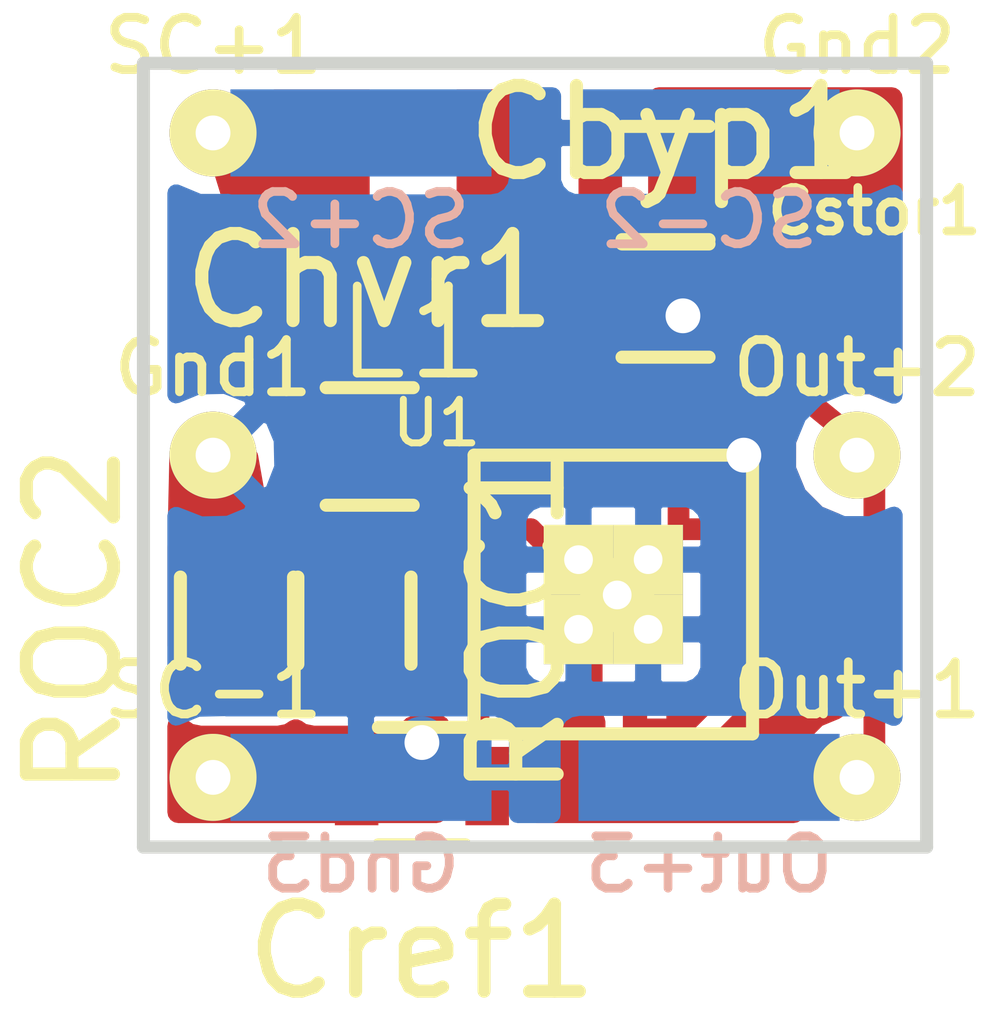
<source format=kicad_pcb>
(kicad_pcb (version 4) (host pcbnew "(2015-08-10 BZR 6083)-product")

  (general
    (links 40)
    (no_connects 3)
    (area 139.591667 98.975 157.208334 111.675)
    (thickness 1.6)
    (drawings 4)
    (tracks 53)
    (zones 0)
    (modules 18)
    (nets 10)
  )

  (page A4)
  (layers
    (0 F.Cu signal)
    (31 B.Cu signal hide)
    (32 B.Adhes user)
    (33 F.Adhes user)
    (34 B.Paste user)
    (35 F.Paste user)
    (36 B.SilkS user)
    (37 F.SilkS user)
    (38 B.Mask user)
    (39 F.Mask user)
    (40 Dwgs.User user)
    (41 Cmts.User user)
    (42 Eco1.User user)
    (43 Eco2.User user)
    (44 Edge.Cuts user)
    (45 Margin user)
    (46 B.CrtYd user)
    (47 F.CrtYd user hide)
    (48 B.Fab user)
    (49 F.Fab user)
  )

  (setup
    (last_trace_width 0.25)
    (trace_clearance 0.2)
    (zone_clearance 0.2)
    (zone_45_only no)
    (trace_min 0.2)
    (segment_width 0.2)
    (edge_width 0.15)
    (via_size 0.6)
    (via_drill 0.4)
    (via_min_size 0.4)
    (via_min_drill 0.3)
    (uvia_size 0.3)
    (uvia_drill 0.1)
    (uvias_allowed no)
    (uvia_min_size 0.2)
    (uvia_min_drill 0.1)
    (pcb_text_width 0.3)
    (pcb_text_size 1.5 1.5)
    (mod_edge_width 0.15)
    (mod_text_size 1 1)
    (mod_text_width 0.15)
    (pad_size 1.524 1.524)
    (pad_drill 0.762)
    (pad_to_mask_clearance 0.05)
    (aux_axis_origin 0 0)
    (visible_elements 7FFEFBFF)
    (pcbplotparams
      (layerselection 0x010c8_80000001)
      (usegerberextensions false)
      (excludeedgelayer true)
      (linewidth 0.100000)
      (plotframeref false)
      (viasonmask false)
      (mode 1)
      (useauxorigin false)
      (hpglpennumber 1)
      (hpglpenspeed 20)
      (hpglpendiameter 15)
      (hpglpenoverlay 2)
      (psnegative false)
      (psa4output false)
      (plotreference true)
      (plotvalue true)
      (plotinvisibletext false)
      (padsonsilk false)
      (subtractmaskfromsilk false)
      (outputformat 1)
      (mirror false)
      (drillshape 0)
      (scaleselection 1)
      (outputdirectory Gerber/))
  )

  (net 0 "")
  (net 1 vstor)
  (net 2 GNDPWR)
  (net 3 vin)
  (net 4 vref)
  (net 5 lbst)
  (net 6 bat)
  (net 7 mppt)
  (net 8 HighProg)
  (net 9 "Net-(U1-Pad11)")

  (net_class Default "This is the default net class."
    (clearance 0.2)
    (trace_width 0.25)
    (via_dia 0.6)
    (via_drill 0.4)
    (uvia_dia 0.3)
    (uvia_drill 0.1)
    (add_net GNDPWR)
    (add_net HighProg)
    (add_net "Net-(U1-Pad11)")
    (add_net bat)
    (add_net lbst)
    (add_net mppt)
    (add_net vin)
    (add_net vref)
    (add_net vstor)
  )

  (module myFootprints:TH400nm placed (layer F.Cu) (tedit 55D0F54F) (tstamp 560D421A)
    (at 143.8 108.7)
    (path /560D3181)
    (fp_text reference SC-1 (at 0 -1) (layer F.SilkS)
      (effects (font (size 0.6 0.6) (thickness 0.1)))
    )
    (fp_text value CONN_01X01 (at 0.9 0) (layer F.Fab) hide
      (effects (font (size 1 1) (thickness 0.15)))
    )
    (pad 1 thru_hole circle (at 0 0) (size 1 1) (drill 0.4) (layers *.Cu *.Mask F.SilkS)
      (net 2 GNDPWR))
  )

  (module Resistors_SMD:R_0603 placed (layer F.Cu) (tedit 5415CC62) (tstamp 560D41D8)
    (at 149 103.2)
    (descr "Resistor SMD 0603, reflow soldering, Vishay (see dcrcw.pdf)")
    (tags "resistor 0603")
    (path /560D3184)
    (attr smd)
    (fp_text reference Cbyp1 (at 0 -1.9) (layer F.SilkS)
      (effects (font (size 1 1) (thickness 0.15)))
    )
    (fp_text value 0.01uF (at 0 1.9) (layer F.Fab)
      (effects (font (size 1 1) (thickness 0.15)))
    )
    (fp_line (start -1.3 -0.8) (end 1.3 -0.8) (layer F.CrtYd) (width 0.05))
    (fp_line (start -1.3 0.8) (end 1.3 0.8) (layer F.CrtYd) (width 0.05))
    (fp_line (start -1.3 -0.8) (end -1.3 0.8) (layer F.CrtYd) (width 0.05))
    (fp_line (start 1.3 -0.8) (end 1.3 0.8) (layer F.CrtYd) (width 0.05))
    (fp_line (start 0.5 0.675) (end -0.5 0.675) (layer F.SilkS) (width 0.15))
    (fp_line (start -0.5 -0.675) (end 0.5 -0.675) (layer F.SilkS) (width 0.15))
    (pad 1 smd rect (at -0.75 0) (size 0.5 0.9) (layers F.Cu F.Paste F.Mask)
      (net 1 vstor))
    (pad 2 smd rect (at 0.75 0) (size 0.5 0.9) (layers F.Cu F.Paste F.Mask)
      (net 2 GNDPWR))
    (model Resistors_SMD.3dshapes/R_0603.wrl
      (at (xyz 0 0 0))
      (scale (xyz 1 1 1))
      (rotate (xyz 0 0 0))
    )
  )

  (module Resistors_SMD:R_0603 placed (layer F.Cu) (tedit 5415CC62) (tstamp 560D41DE)
    (at 145.6 104.9)
    (descr "Resistor SMD 0603, reflow soldering, Vishay (see dcrcw.pdf)")
    (tags "resistor 0603")
    (path /560D317D)
    (attr smd)
    (fp_text reference Chvr1 (at 0 -1.9) (layer F.SilkS)
      (effects (font (size 1 1) (thickness 0.15)))
    )
    (fp_text value 4.7uF (at 0 1.9) (layer F.Fab)
      (effects (font (size 1 1) (thickness 0.15)))
    )
    (fp_line (start -1.3 -0.8) (end 1.3 -0.8) (layer F.CrtYd) (width 0.05))
    (fp_line (start -1.3 0.8) (end 1.3 0.8) (layer F.CrtYd) (width 0.05))
    (fp_line (start -1.3 -0.8) (end -1.3 0.8) (layer F.CrtYd) (width 0.05))
    (fp_line (start 1.3 -0.8) (end 1.3 0.8) (layer F.CrtYd) (width 0.05))
    (fp_line (start 0.5 0.675) (end -0.5 0.675) (layer F.SilkS) (width 0.15))
    (fp_line (start -0.5 -0.675) (end 0.5 -0.675) (layer F.SilkS) (width 0.15))
    (pad 1 smd rect (at -0.75 0) (size 0.5 0.9) (layers F.Cu F.Paste F.Mask)
      (net 3 vin))
    (pad 2 smd rect (at 0.75 0) (size 0.5 0.9) (layers F.Cu F.Paste F.Mask)
      (net 2 GNDPWR))
    (model Resistors_SMD.3dshapes/R_0603.wrl
      (at (xyz 0 0 0))
      (scale (xyz 1 1 1))
      (rotate (xyz 0 0 0))
    )
  )

  (module Resistors_SMD:R_0603 placed (layer F.Cu) (tedit 5415CC62) (tstamp 560D41E4)
    (at 146.2 108.8 180)
    (descr "Resistor SMD 0603, reflow soldering, Vishay (see dcrcw.pdf)")
    (tags "resistor 0603")
    (path /560D317B)
    (attr smd)
    (fp_text reference Cref1 (at 0 -1.9 180) (layer F.SilkS)
      (effects (font (size 1 1) (thickness 0.15)))
    )
    (fp_text value 0.01uF (at 0 1.9 180) (layer F.Fab)
      (effects (font (size 1 1) (thickness 0.15)))
    )
    (fp_line (start -1.3 -0.8) (end 1.3 -0.8) (layer F.CrtYd) (width 0.05))
    (fp_line (start -1.3 0.8) (end 1.3 0.8) (layer F.CrtYd) (width 0.05))
    (fp_line (start -1.3 -0.8) (end -1.3 0.8) (layer F.CrtYd) (width 0.05))
    (fp_line (start 1.3 -0.8) (end 1.3 0.8) (layer F.CrtYd) (width 0.05))
    (fp_line (start 0.5 0.675) (end -0.5 0.675) (layer F.SilkS) (width 0.15))
    (fp_line (start -0.5 -0.675) (end 0.5 -0.675) (layer F.SilkS) (width 0.15))
    (pad 1 smd rect (at -0.75 0 180) (size 0.5 0.9) (layers F.Cu F.Paste F.Mask)
      (net 4 vref))
    (pad 2 smd rect (at 0.75 0 180) (size 0.5 0.9) (layers F.Cu F.Paste F.Mask)
      (net 2 GNDPWR))
    (model Resistors_SMD.3dshapes/R_0603.wrl
      (at (xyz 0 0 0))
      (scale (xyz 1 1 1))
      (rotate (xyz 0 0 0))
    )
  )

  (module Resistors_SMD:R_0603 placed (layer F.Cu) (tedit 560EFDE1) (tstamp 560D41EA)
    (at 149 101.9)
    (descr "Resistor SMD 0603, reflow soldering, Vishay (see dcrcw.pdf)")
    (tags "resistor 0603")
    (path /560D3183)
    (attr smd)
    (fp_text reference Cstor1 (at 2.4 0.3) (layer F.SilkS)
      (effects (font (size 0.5 0.5) (thickness 0.1)))
    )
    (fp_text value 4.7uF (at 0 1.9) (layer F.Fab)
      (effects (font (size 1 1) (thickness 0.15)))
    )
    (fp_line (start -1.3 -0.8) (end 1.3 -0.8) (layer F.CrtYd) (width 0.05))
    (fp_line (start -1.3 0.8) (end 1.3 0.8) (layer F.CrtYd) (width 0.05))
    (fp_line (start -1.3 -0.8) (end -1.3 0.8) (layer F.CrtYd) (width 0.05))
    (fp_line (start 1.3 -0.8) (end 1.3 0.8) (layer F.CrtYd) (width 0.05))
    (fp_line (start 0.5 0.675) (end -0.5 0.675) (layer F.SilkS) (width 0.15))
    (fp_line (start -0.5 -0.675) (end 0.5 -0.675) (layer F.SilkS) (width 0.15))
    (pad 1 smd rect (at -0.75 0) (size 0.5 0.9) (layers F.Cu F.Paste F.Mask)
      (net 1 vstor))
    (pad 2 smd rect (at 0.75 0) (size 0.5 0.9) (layers F.Cu F.Paste F.Mask)
      (net 2 GNDPWR))
    (model Resistors_SMD.3dshapes/R_0603.wrl
      (at (xyz 0 0 0))
      (scale (xyz 1 1 1))
      (rotate (xyz 0 0 0))
    )
  )

  (module myFootprints:TH400nm placed (layer F.Cu) (tedit 55D0F54F) (tstamp 560D41EF)
    (at 143.8 105)
    (path /560D3188)
    (fp_text reference Gnd1 (at 0 -1) (layer F.SilkS)
      (effects (font (size 0.6 0.6) (thickness 0.1)))
    )
    (fp_text value M- (at 0.9 0) (layer F.Fab) hide
      (effects (font (size 1 1) (thickness 0.15)))
    )
    (pad 1 thru_hole circle (at 0 0) (size 1 1) (drill 0.4) (layers *.Cu *.Mask F.SilkS)
      (net 2 GNDPWR))
  )

  (module myFootprints:TH400nm placed (layer F.Cu) (tedit 55D0F54F) (tstamp 560D41F4)
    (at 151.2 101.3)
    (path /560D318A)
    (fp_text reference Gnd2 (at 0 -1) (layer F.SilkS)
      (effects (font (size 0.6 0.6) (thickness 0.1)))
    )
    (fp_text value CONN_01X01 (at 0.9 0) (layer F.Fab) hide
      (effects (font (size 1 1) (thickness 0.15)))
    )
    (pad 1 thru_hole circle (at 0 0) (size 1 1) (drill 0.4) (layers *.Cu *.Mask F.SilkS)
      (net 2 GNDPWR))
  )

  (module myFootprints:Wurth2828 placed (layer F.Cu) (tedit 55D390BC) (tstamp 560D41FA)
    (at 146.1 102.4)
    (path /560D317F)
    (fp_text reference L1 (at 0 1.2) (layer F.SilkS)
      (effects (font (size 1 1) (thickness 0.1)))
    )
    (fp_text value 22uH (at 0 -0.5) (layer F.Fab)
      (effects (font (size 1 1) (thickness 0.15)))
    )
    (pad 1 smd rect (at 1.05 0) (size 1.1 3.2) (layers F.Cu F.Paste F.Mask)
      (net 5 lbst))
    (pad 2 smd rect (at -1.05 0) (size 1.1 3.2) (layers F.Cu F.Paste F.Mask)
      (net 3 vin))
  )

  (module myFootprints:TH400nm placed (layer F.Cu) (tedit 55D0F54F) (tstamp 560D41FF)
    (at 151.2 108.7)
    (path /560D3187)
    (fp_text reference Out+1 (at 0 -1) (layer F.SilkS)
      (effects (font (size 0.6 0.6) (thickness 0.1)))
    )
    (fp_text value Bat (at 0.9 0) (layer F.Fab) hide
      (effects (font (size 1 1) (thickness 0.15)))
    )
    (pad 1 thru_hole circle (at 0 0) (size 1 1) (drill 0.4) (layers *.Cu *.Mask F.SilkS)
      (net 6 bat))
  )

  (module myFootprints:TH400nm placed (layer F.Cu) (tedit 55D0F54F) (tstamp 560D4204)
    (at 151.2 105)
    (path /560D3189)
    (fp_text reference Out+2 (at 0 -1) (layer F.SilkS)
      (effects (font (size 0.6 0.6) (thickness 0.1)))
    )
    (fp_text value M+ (at 0.9 0) (layer F.Fab) hide
      (effects (font (size 1 1) (thickness 0.15)))
    )
    (pad 1 thru_hole circle (at 0 0) (size 1 1) (drill 0.4) (layers *.Cu *.Mask F.SilkS)
      (net 6 bat))
  )

  (module Resistors_SMD:R_0603 placed (layer F.Cu) (tedit 5415CC62) (tstamp 560D420A)
    (at 145.4 106.9 270)
    (descr "Resistor SMD 0603, reflow soldering, Vishay (see dcrcw.pdf)")
    (tags "resistor 0603")
    (path /560D3174)
    (attr smd)
    (fp_text reference ROC1 (at 0 -1.9 270) (layer F.SilkS)
      (effects (font (size 1 1) (thickness 0.15)))
    )
    (fp_text value R (at 0 1.9 270) (layer F.Fab)
      (effects (font (size 1 1) (thickness 0.15)))
    )
    (fp_line (start -1.3 -0.8) (end 1.3 -0.8) (layer F.CrtYd) (width 0.05))
    (fp_line (start -1.3 0.8) (end 1.3 0.8) (layer F.CrtYd) (width 0.05))
    (fp_line (start -1.3 -0.8) (end -1.3 0.8) (layer F.CrtYd) (width 0.05))
    (fp_line (start 1.3 -0.8) (end 1.3 0.8) (layer F.CrtYd) (width 0.05))
    (fp_line (start 0.5 0.675) (end -0.5 0.675) (layer F.SilkS) (width 0.15))
    (fp_line (start -0.5 -0.675) (end 0.5 -0.675) (layer F.SilkS) (width 0.15))
    (pad 1 smd rect (at -0.75 0 270) (size 0.5 0.9) (layers F.Cu F.Paste F.Mask)
      (net 3 vin))
    (pad 2 smd rect (at 0.75 0 270) (size 0.5 0.9) (layers F.Cu F.Paste F.Mask)
      (net 7 mppt))
    (model Resistors_SMD.3dshapes/R_0603.wrl
      (at (xyz 0 0 0))
      (scale (xyz 1 1 1))
      (rotate (xyz 0 0 0))
    )
  )

  (module Resistors_SMD:R_0603 placed (layer F.Cu) (tedit 5415CC62) (tstamp 560D4210)
    (at 144.1 106.9 90)
    (descr "Resistor SMD 0603, reflow soldering, Vishay (see dcrcw.pdf)")
    (tags "resistor 0603")
    (path /560D3175)
    (attr smd)
    (fp_text reference ROC2 (at 0 -1.9 90) (layer F.SilkS)
      (effects (font (size 1 1) (thickness 0.15)))
    )
    (fp_text value R (at 0 1.9 90) (layer F.Fab)
      (effects (font (size 1 1) (thickness 0.15)))
    )
    (fp_line (start -1.3 -0.8) (end 1.3 -0.8) (layer F.CrtYd) (width 0.05))
    (fp_line (start -1.3 0.8) (end 1.3 0.8) (layer F.CrtYd) (width 0.05))
    (fp_line (start -1.3 -0.8) (end -1.3 0.8) (layer F.CrtYd) (width 0.05))
    (fp_line (start 1.3 -0.8) (end 1.3 0.8) (layer F.CrtYd) (width 0.05))
    (fp_line (start 0.5 0.675) (end -0.5 0.675) (layer F.SilkS) (width 0.15))
    (fp_line (start -0.5 -0.675) (end 0.5 -0.675) (layer F.SilkS) (width 0.15))
    (pad 1 smd rect (at -0.75 0 90) (size 0.5 0.9) (layers F.Cu F.Paste F.Mask)
      (net 7 mppt))
    (pad 2 smd rect (at 0.75 0 90) (size 0.5 0.9) (layers F.Cu F.Paste F.Mask)
      (net 2 GNDPWR))
    (model Resistors_SMD.3dshapes/R_0603.wrl
      (at (xyz 0 0 0))
      (scale (xyz 1 1 1))
      (rotate (xyz 0 0 0))
    )
  )

  (module myFootprints:TH400nm placed (layer F.Cu) (tedit 55D0F54F) (tstamp 560D4215)
    (at 143.8 101.3)
    (path /560D3180)
    (fp_text reference SC+1 (at 0 -1) (layer F.SilkS)
      (effects (font (size 0.6 0.6) (thickness 0.1)))
    )
    (fp_text value CONN_01X01 (at 0.9 0) (layer F.Fab) hide
      (effects (font (size 1 1) (thickness 0.15)))
    )
    (pad 1 thru_hole circle (at 0 0) (size 1 1) (drill 0.4) (layers *.Cu *.Mask F.SilkS)
      (net 3 vin))
  )

  (module myFootprints:QFN16thermalpasted (layer F.Cu) (tedit 55D4C881) (tstamp 560D422F)
    (at 148.4 106.6)
    (path /560D316F)
    (fp_text reference U1 (at -2.032 -1.9685) (layer F.SilkS)
      (effects (font (size 0.5 0.5) (thickness 0.08)))
    )
    (fp_text value BQ25504 (at 0.1905 -3.3655) (layer F.SilkS) hide
      (effects (font (size 1.016 1.016) (thickness 0.1524)))
    )
    (fp_line (start -1.6 -1.6) (end -1.6 1.6) (layer F.SilkS) (width 0.15))
    (fp_line (start 1.6 1.6) (end 1.6 -1.6) (layer F.SilkS) (width 0.15))
    (fp_line (start -1.6 1.6) (end 1.6 1.6) (layer F.SilkS) (width 0.15))
    (fp_line (start -1.6 -1.6) (end 1.6 -1.6) (layer F.SilkS) (width 0.15))
    (pad 17 thru_hole rect (at -0.4 0.4) (size 0.8 0.8) (drill 0.33) (layers *.Cu *.Mask F.SilkS)
      (net 2 GNDPWR))
    (pad 17 thru_hole rect (at -0.4 -0.4) (size 0.8 0.8) (drill 0.33) (layers *.Cu *.Mask F.SilkS)
      (net 2 GNDPWR))
    (pad 17 thru_hole rect (at 0.4 0.4) (size 0.8 0.8) (drill 0.33) (layers *.Cu *.Mask F.SilkS)
      (net 2 GNDPWR))
    (pad 17 smd rect (at -0.4 -0.4) (size 0.68 0.68) (layers F.Cu F.Paste F.Mask)
      (net 2 GNDPWR))
    (pad 17 smd rect (at -0.4 0.4) (size 0.68 0.68) (layers F.Cu F.Paste F.Mask)
      (net 2 GNDPWR))
    (pad 17 smd rect (at 0.4 0.4) (size 0.68 0.68) (layers F.Cu F.Paste F.Mask)
      (net 2 GNDPWR))
    (pad 17 thru_hole rect (at 0.0445 0.0055) (size 0.85 0.85) (drill 0.33) (layers *.Cu *.Mask F.SilkS)
      (net 2 GNDPWR))
    (pad 17 thru_hole rect (at 0.4 -0.4) (size 0.8 0.8) (drill 0.33) (layers *.Cu *.Mask F.SilkS)
      (net 2 GNDPWR))
    (pad 1 smd oval (at -1.5494 -0.7493) (size 1.00076 0.2794) (layers F.Cu F.Paste F.Mask)
      (net 2 GNDPWR))
    (pad 2 smd oval (at -1.5494 -0.24892) (size 1.00076 0.2794) (layers F.Cu F.Paste F.Mask)
      (net 3 vin))
    (pad 3 smd oval (at -1.5494 0.24892) (size 1.00076 0.2794) (layers F.Cu F.Paste F.Mask)
      (net 7 mppt))
    (pad 4 smd oval (at -1.5494 0.7493) (size 1.00076 0.2794) (layers F.Cu F.Paste F.Mask)
      (net 4 vref))
    (pad 5 smd oval (at -0.7493 1.5494 90) (size 1.00076 0.2794) (layers F.Cu F.Paste F.Mask)
      (net 2 GNDPWR))
    (pad 6 smd oval (at -0.24892 1.5494 90) (size 1.00076 0.2794) (layers F.Cu F.Paste F.Mask)
      (net 2 GNDPWR))
    (pad 7 smd oval (at 0.24892 1.5494 90) (size 1.00076 0.2794) (layers F.Cu F.Paste F.Mask)
      (net 8 HighProg))
    (pad 8 smd oval (at 0.7493 1.5494 90) (size 1.00076 0.2794) (layers F.Cu F.Paste F.Mask)
      (net 8 HighProg))
    (pad 9 smd oval (at 1.5494 0.7493) (size 1.00076 0.2794) (layers F.Cu F.Paste F.Mask)
      (net 8 HighProg))
    (pad 10 smd oval (at 1.5494 0.24892) (size 1.00076 0.2794) (layers F.Cu F.Paste F.Mask)
      (net 8 HighProg))
    (pad 11 smd oval (at 1.5494 -0.24892) (size 1.00076 0.2794) (layers F.Cu F.Paste F.Mask)
      (net 9 "Net-(U1-Pad11)"))
    (pad 12 smd oval (at 1.5494 -0.7493) (size 1.00076 0.2794) (layers F.Cu F.Paste F.Mask)
      (net 2 GNDPWR))
    (pad 13 smd oval (at 0.7493 -1.5494 90) (size 1.00076 0.2794) (layers F.Cu F.Paste F.Mask)
      (net 2 GNDPWR))
    (pad 14 smd oval (at 0.24892 -1.5494 90) (size 1.00076 0.2794) (layers F.Cu F.Paste F.Mask)
      (net 6 bat))
    (pad 15 smd oval (at -0.24892 -1.5494 90) (size 1.00076 0.2794) (layers F.Cu F.Paste F.Mask)
      (net 1 vstor))
    (pad 16 smd oval (at -0.7493 -1.5494 90) (size 1.00076 0.2794) (layers F.Cu F.Paste F.Mask)
      (net 5 lbst))
    (pad 17 smd rect (at 0.4 -0.4) (size 0.68 0.68) (layers F.Cu F.Paste F.Mask)
      (net 2 GNDPWR))
  )

  (module myFootprints:1x3mmPad placed (layer B.Cu) (tedit 560FA73B) (tstamp 560FB156)
    (at 145.5 108.7)
    (path /560FAE68)
    (fp_text reference Gnd3 (at 0 1) (layer B.SilkS)
      (effects (font (size 0.6 0.6) (thickness 0.1)) (justify mirror))
    )
    (fp_text value CONN_01X01 (at 0 -1.2) (layer B.Fab) hide
      (effects (font (size 1 1) (thickness 0.15)) (justify mirror))
    )
    (pad 1 smd rect (at 0 0) (size 3 1) (layers B.Cu B.Paste B.Mask)
      (net 2 GNDPWR))
  )

  (module myFootprints:1x3mmPad placed (layer B.Cu) (tedit 560FA73B) (tstamp 560FB15B)
    (at 149.5 108.7)
    (path /560FADCB)
    (fp_text reference Out+3 (at 0 1) (layer B.SilkS)
      (effects (font (size 0.6 0.6) (thickness 0.1)) (justify mirror))
    )
    (fp_text value M+ (at 0 -1.2) (layer B.Fab) hide
      (effects (font (size 1 1) (thickness 0.15)) (justify mirror))
    )
    (pad 1 smd rect (at 0 0) (size 3 1) (layers B.Cu B.Paste B.Mask)
      (net 6 bat))
  )

  (module myFootprints:1x3mmPad placed (layer B.Cu) (tedit 560FA73B) (tstamp 560FB3BE)
    (at 149.5 101.3)
    (path /560FB4E1)
    (fp_text reference SC-2 (at 0 1) (layer B.SilkS)
      (effects (font (size 0.6 0.6) (thickness 0.1)) (justify mirror))
    )
    (fp_text value CONN_01X01 (at 0 -1.2) (layer B.Fab) hide
      (effects (font (size 1 1) (thickness 0.15)) (justify mirror))
    )
    (pad 1 smd rect (at 0 0) (size 3 1) (layers B.Cu B.Paste B.Mask)
      (net 2 GNDPWR))
  )

  (module myFootprints:1x3mmPad placed (layer B.Cu) (tedit 560FA73B) (tstamp 560FB3B9)
    (at 145.5 101.3)
    (path /560FB51D)
    (fp_text reference SC+2 (at 0 1) (layer B.SilkS)
      (effects (font (size 0.6 0.6) (thickness 0.1)) (justify mirror))
    )
    (fp_text value CONN_01X01 (at 0 -1.2) (layer B.Fab) hide
      (effects (font (size 1 1) (thickness 0.15)) (justify mirror))
    )
    (pad 1 smd rect (at 0 0) (size 3 1) (layers B.Cu B.Paste B.Mask)
      (net 3 vin))
  )

  (gr_line (start 143 109.5) (end 143 100.5) (angle 90) (layer Edge.Cuts) (width 0.15))
  (gr_line (start 152 109.5) (end 143 109.5) (angle 90) (layer Edge.Cuts) (width 0.15))
  (gr_line (start 152 100.5) (end 152 109.5) (angle 90) (layer Edge.Cuts) (width 0.15))
  (gr_line (start 143 100.5) (end 152 100.5) (angle 90) (layer Edge.Cuts) (width 0.15))

  (segment (start 148.25 101.9) (end 148.25 103.2) (width 0.25) (layer F.Cu) (net 1) (status 20))
  (segment (start 148.25 103.2) (end 148.15108 103.29892) (width 0.25) (layer F.Cu) (net 1) (tstamp 560D6DC2) (status 30))
  (segment (start 148.15108 103.29892) (end 148.15108 105.0506) (width 0.25) (layer F.Cu) (net 1) (tstamp 560D6DC3) (status 10))
  (segment (start 149.1493 105.0506) (end 149.8494 105.0506) (width 0.25) (layer F.Cu) (net 2))
  (via (at 149.9 105) (size 0.6) (drill 0.4) (layers F.Cu B.Cu) (net 2))
  (segment (start 149.8494 105.0506) (end 149.9 105) (width 0.25) (layer F.Cu) (net 2) (tstamp 560EFA5D))
  (segment (start 149.2 103.4) (end 149.2 103.5) (width 0.25) (layer B.Cu) (net 2) (tstamp 560EF8EF))
  (via (at 149.2 103.4) (size 0.6) (drill 0.4) (layers F.Cu B.Cu) (net 2))
  (segment (start 149.5 103.2) (end 149.2 103.4) (width 0.25) (layer F.Cu) (net 2) (tstamp 560EF8E7) (status 10))
  (segment (start 149.75 103.2) (end 149.5 103.2) (width 0.25) (layer F.Cu) (net 2) (status 30))
  (segment (start 146.35 104.9) (end 146.35 104.95) (width 0.25) (layer F.Cu) (net 2))
  (segment (start 146.35 104.95) (end 146.8506 105.4506) (width 0.25) (layer F.Cu) (net 2) (tstamp 560D7166))
  (segment (start 146.8506 105.4506) (end 146.8506 105.8507) (width 0.25) (layer F.Cu) (net 2) (tstamp 560D716A))
  (segment (start 146.35 104.9) (end 146.35 105.3501) (width 0.25) (layer F.Cu) (net 2))
  (segment (start 146.35 105.3501) (end 146.8506 105.8507) (width 0.25) (layer F.Cu) (net 2) (tstamp 560D6F0B))
  (segment (start 149.75 101.9) (end 149.75 103.2) (width 0.25) (layer F.Cu) (net 2) (status 20))
  (segment (start 149.75 103.2) (end 149.7 103.25) (width 0.25) (layer F.Cu) (net 2) (tstamp 560D6E2A) (status 30))
  (segment (start 149.1493 105.0506) (end 149.1493 104.9507) (width 0.25) (layer F.Cu) (net 2))
  (segment (start 145.45 108.8) (end 145.7 108.8) (width 0.25) (layer F.Cu) (net 2))
  (segment (start 145.7 108.8) (end 146.2 108.3) (width 0.25) (layer F.Cu) (net 2) (tstamp 560D55BC))
  (via (at 146.2 108.3) (size 0.6) (drill 0.4) (layers F.Cu B.Cu) (net 2))
  (segment (start 146.8506 105.8507) (end 147.4507 105.8507) (width 0.25) (layer F.Cu) (net 2))
  (segment (start 147.4507 105.8507) (end 148.2 106.6) (width 0.25) (layer F.Cu) (net 2) (tstamp 560D553F))
  (segment (start 148.2 106.6) (end 148.4 106.6) (width 0.25) (layer F.Cu) (net 2) (tstamp 560D5544))
  (segment (start 147.6507 108.1494) (end 148.15108 108.1494) (width 0.25) (layer F.Cu) (net 2))
  (segment (start 148.15108 108.1494) (end 148.15108 106.84892) (width 0.25) (layer F.Cu) (net 2))
  (segment (start 148.15108 106.84892) (end 148.4 106.6) (width 0.25) (layer F.Cu) (net 2) (tstamp 560D551A))
  (segment (start 149.9494 105.8507) (end 149.1493 105.8507) (width 0.25) (layer F.Cu) (net 2))
  (segment (start 149.1493 105.8507) (end 148.4 106.6) (width 0.25) (layer F.Cu) (net 2) (tstamp 560D5511))
  (segment (start 149.1493 105.0506) (end 149.1493 105.8507) (width 0.25) (layer F.Cu) (net 2))
  (segment (start 149.1493 105.8507) (end 148.4 106.6) (width 0.25) (layer F.Cu) (net 2) (tstamp 560D54FE))
  (segment (start 145.4 106.15) (end 145.4 105.45) (width 0.25) (layer F.Cu) (net 3))
  (segment (start 145.4 105.45) (end 145.05 105.1) (width 0.25) (layer F.Cu) (net 3) (tstamp 560D6EF1))
  (segment (start 145.05 105.1) (end 145.05 102.55) (width 0.25) (layer F.Cu) (net 3) (tstamp 560D6EF5))
  (segment (start 145.05 102.55) (end 143.8 101.3) (width 0.25) (layer F.Cu) (net 3) (tstamp 560D6EF9))
  (segment (start 146.8506 106.35108) (end 145.60108 106.35108) (width 0.25) (layer F.Cu) (net 3))
  (segment (start 143.8 101.55) (end 143.8 101.3) (width 0.25) (layer F.Cu) (net 3) (tstamp 560D6DF2))
  (segment (start 146.8506 107.3493) (end 146.8506 108.7006) (width 0.25) (layer F.Cu) (net 4))
  (segment (start 146.8506 108.7006) (end 146.95 108.8) (width 0.25) (layer F.Cu) (net 4) (tstamp 560D6E9E))
  (segment (start 147.15 102.4) (end 147.15 103.95) (width 0.25) (layer F.Cu) (net 5))
  (segment (start 147.15 103.95) (end 147.6507 104.4507) (width 0.25) (layer F.Cu) (net 5) (tstamp 560D6E07))
  (segment (start 147.6507 104.4507) (end 147.6507 105.0506) (width 0.25) (layer F.Cu) (net 5) (tstamp 560D6E1C))
  (segment (start 151.4 105) (end 151.4 108.7) (width 0.25) (layer F.Cu) (net 6))
  (segment (start 148.64892 105.0506) (end 148.64892 104.35108) (width 0.25) (layer F.Cu) (net 6))
  (segment (start 150.3 104.1) (end 151.4 105) (width 0.25) (layer F.Cu) (net 6) (tstamp 560EFA52))
  (segment (start 148.9 104.1) (end 150.3 104.1) (width 0.25) (layer F.Cu) (net 6) (tstamp 560EFA51))
  (segment (start 148.64892 104.35108) (end 148.9 104.1) (width 0.25) (layer F.Cu) (net 6) (tstamp 560EFA50))
  (segment (start 146.8506 106.84892) (end 146.20108 106.84892) (width 0.25) (layer F.Cu) (net 7))
  (segment (start 146.20108 106.84892) (end 145.4 107.65) (width 0.25) (layer F.Cu) (net 7) (tstamp 560D6DD6))
  (segment (start 145.4 107.65) (end 144.1 107.65) (width 0.25) (layer F.Cu) (net 7) (tstamp 560D6DDD))
  (segment (start 148.64892 108.1494) (end 149.1493 108.1494) (width 0.25) (layer F.Cu) (net 8))
  (segment (start 149.1493 108.1494) (end 149.9494 107.3493) (width 0.25) (layer F.Cu) (net 8) (tstamp 560D6E57))
  (segment (start 149.9494 107.3493) (end 149.9494 106.84892) (width 0.25) (layer F.Cu) (net 8) (tstamp 560D6E58))

  (zone (net 2) (net_name GNDPWR) (layer B.Cu) (tstamp 560D5033) (hatch edge 0.508)
    (connect_pads (clearance 0.2))
    (min_thickness 0.2)
    (fill yes (arc_segments 16) (thermal_gap 0.2) (thermal_bridge_width 0.3))
    (polygon
      (pts
        (xy 152 109.5) (xy 143 109.5) (xy 143 100.5) (xy 152 100.5) (xy 152 109.5)
      )
    )
    (filled_polygon
      (pts
        (xy 147.7 101.175) (xy 147.775 101.25) (xy 149.45 101.25) (xy 149.45 101.23) (xy 149.55 101.23)
        (xy 149.55 101.25) (xy 149.57 101.25) (xy 149.57 101.35) (xy 149.55 101.35) (xy 149.55 102.025)
        (xy 149.625 102.1) (xy 151.050026 102.1) (xy 151.058562 102.103317) (xy 151.376744 102.096294) (xy 151.625 101.993463)
        (xy 151.625 104.310248) (xy 151.359828 104.200139) (xy 151.041568 104.199861) (xy 150.747428 104.321397) (xy 150.522188 104.546245)
        (xy 150.400139 104.840172) (xy 150.399861 105.158432) (xy 150.521397 105.452572) (xy 150.746245 105.677812) (xy 151.040172 105.799861)
        (xy 151.358432 105.800139) (xy 151.625 105.689996) (xy 151.625 108.010248) (xy 151.359828 107.900139) (xy 151.041568 107.899861)
        (xy 151.037215 107.901659) (xy 151 107.894123) (xy 148 107.894123) (xy 147.888827 107.915042) (xy 147.786721 107.980745)
        (xy 147.718222 108.080997) (xy 147.694123 108.2) (xy 147.694123 109.125) (xy 147.3 109.125) (xy 147.3 108.825)
        (xy 147.225 108.75) (xy 145.55 108.75) (xy 145.55 108.77) (xy 145.45 108.77) (xy 145.45 108.75)
        (xy 145.43 108.75) (xy 145.43 108.65) (xy 145.45 108.65) (xy 145.45 107.975) (xy 145.55 107.975)
        (xy 145.55 108.65) (xy 147.225 108.65) (xy 147.3 108.575) (xy 147.3 108.140327) (xy 147.254328 108.030064)
        (xy 147.169937 107.945672) (xy 147.059674 107.9) (xy 145.625 107.9) (xy 145.55 107.975) (xy 145.45 107.975)
        (xy 145.375 107.9) (xy 143.949974 107.9) (xy 143.941438 107.896683) (xy 143.623256 107.903706) (xy 143.375 108.006537)
        (xy 143.375 105.693128) (xy 143.658562 105.803317) (xy 143.976744 105.796294) (xy 144.11186 105.740327) (xy 147.3 105.740327)
        (xy 147.3 106.075) (xy 147.375 106.15) (xy 147.7195 106.15) (xy 147.7195 106.25) (xy 147.375 106.25)
        (xy 147.3 106.325) (xy 147.3 106.875) (xy 147.375 106.95) (xy 147.7195 106.95) (xy 147.7195 107.05)
        (xy 147.375 107.05) (xy 147.3 107.125) (xy 147.3 107.459673) (xy 147.345672 107.569936) (xy 147.430063 107.654328)
        (xy 147.540326 107.7) (xy 147.875 107.7) (xy 147.95 107.625) (xy 147.95 107.32643) (xy 147.959826 107.3305)
        (xy 148.05 107.3305) (xy 148.05 107.625) (xy 148.125 107.7) (xy 148.675 107.7) (xy 148.75 107.625)
        (xy 148.75 107.3305) (xy 148.85 107.3305) (xy 148.85 107.625) (xy 148.925 107.7) (xy 149.259674 107.7)
        (xy 149.369937 107.654328) (xy 149.454328 107.569936) (xy 149.5 107.459673) (xy 149.5 107.125) (xy 149.425 107.05)
        (xy 149.1695 107.05) (xy 149.1695 106.95) (xy 149.425 106.95) (xy 149.5 106.875) (xy 149.5 106.325)
        (xy 149.425 106.25) (xy 149.1695 106.25) (xy 149.1695 106.15) (xy 149.425 106.15) (xy 149.5 106.075)
        (xy 149.5 105.740327) (xy 149.454328 105.630064) (xy 149.369937 105.545672) (xy 149.259674 105.5) (xy 148.925 105.5)
        (xy 148.85 105.575) (xy 148.85 105.8805) (xy 148.75 105.8805) (xy 148.75 105.575) (xy 148.675 105.5)
        (xy 148.125 105.5) (xy 148.05 105.575) (xy 148.05 105.8805) (xy 147.959826 105.8805) (xy 147.95 105.88457)
        (xy 147.95 105.575) (xy 147.875 105.5) (xy 147.540326 105.5) (xy 147.430063 105.545672) (xy 147.345672 105.630064)
        (xy 147.3 105.740327) (xy 144.11186 105.740327) (xy 144.238088 105.688042) (xy 144.287185 105.557895) (xy 143.8 105.070711)
        (xy 143.785858 105.084853) (xy 143.715147 105.014142) (xy 143.729289 105) (xy 143.870711 105) (xy 144.357895 105.487185)
        (xy 144.488042 105.438088) (xy 144.603317 105.141438) (xy 144.596294 104.823256) (xy 144.488042 104.561912) (xy 144.357895 104.512815)
        (xy 143.870711 105) (xy 143.729289 105) (xy 143.715147 104.985858) (xy 143.785858 104.915147) (xy 143.8 104.929289)
        (xy 144.287185 104.442105) (xy 144.238088 104.311958) (xy 143.941438 104.196683) (xy 143.623256 104.203706) (xy 143.375 104.306537)
        (xy 143.375 101.989752) (xy 143.640172 102.099861) (xy 143.958432 102.100139) (xy 143.962785 102.098341) (xy 144 102.105877)
        (xy 147 102.105877) (xy 147.111173 102.084958) (xy 147.213279 102.019255) (xy 147.281778 101.919003) (xy 147.305877 101.8)
        (xy 147.305877 101.425) (xy 147.7 101.425) (xy 147.7 101.859673) (xy 147.745672 101.969936) (xy 147.830063 102.054328)
        (xy 147.940326 102.1) (xy 149.375 102.1) (xy 149.45 102.025) (xy 149.45 101.35) (xy 147.775 101.35)
        (xy 147.7 101.425) (xy 147.305877 101.425) (xy 147.305877 100.875) (xy 147.7 100.875)
      )
    )
  )
  (zone (net 5) (net_name lbst) (layer F.Cu) (tstamp 560D6F7E) (hatch edge 0.508)
    (connect_pads yes (clearance 0.2))
    (min_thickness 0.2)
    (fill yes (arc_segments 16) (thermal_gap 0.2) (thermal_bridge_width 0.3))
    (polygon
      (pts
        (xy 147.8 105.4) (xy 147.5 105.4) (xy 146.6 104) (xy 146.6 100.8) (xy 147.7 100.8)
        (xy 147.8 105.4)
      )
    )
    (filled_polygon
      (pts
        (xy 147.697803 105.3) (xy 147.554595 105.3) (xy 146.7 103.970629) (xy 146.7 100.9) (xy 147.602151 100.9)
      )
    )
  )
  (zone (net 3) (net_name vin) (layer F.Cu) (tstamp 560D7016) (hatch edge 0.508)
    (connect_pads yes (clearance 0.2))
    (min_thickness 0.2)
    (fill yes (arc_segments 16) (thermal_gap 0.2) (thermal_bridge_width 0.3))
    (polygon
      (pts
        (xy 145.6 104) (xy 146.8 106.4) (xy 144.9 106.5) (xy 144.5 104) (xy 143.7 101.4)
        (xy 143.8 101.2) (xy 144.5 100.8) (xy 145.6 104)
      )
    )
    (filled_polygon
      (pts
        (xy 145.505431 104.032508) (xy 145.510557 104.044721) (xy 145.794123 104.611853) (xy 145.794123 105.35) (xy 145.815042 105.461173)
        (xy 145.880745 105.563279) (xy 145.980997 105.631778) (xy 146.045637 105.644868) (xy 146.04948 105.65062) (xy 146.073331 105.674471)
        (xy 146.06801 105.682434) (xy 146.03454 105.8507) (xy 146.06801 106.018966) (xy 146.163325 106.161615) (xy 146.305974 106.25693)
        (xy 146.47424 106.2904) (xy 146.633396 106.2904) (xy 146.642278 106.308163) (xy 144.984538 106.395412) (xy 144.598744 103.984201)
        (xy 144.595578 103.970591) (xy 143.807361 101.408885) (xy 143.875903 101.271802) (xy 144.444709 100.94677)
      )
    )
  )
  (zone (net 2) (net_name GNDPWR) (layer F.Cu) (tstamp 560EFBB8) (hatch edge 0.508)
    (connect_pads yes (clearance 0.2))
    (min_thickness 0.25)
    (fill yes (arc_segments 16) (thermal_gap 0.2) (thermal_bridge_width 0.254))
    (polygon
      (pts
        (xy 152 109.5) (xy 143.2 109.5) (xy 143.3 104.9) (xy 144.3 104.9) (xy 144.6 106.6)
        (xy 146 108) (xy 149.5 107.9) (xy 149.7 103.7) (xy 148.8 103.7) (xy 148.8 100.5)
        (xy 152 100.5) (xy 152 109.5)
      )
    )
    (filled_polygon
      (pts
        (xy 143.412474 108.131053) (xy 143.52108 108.20526) (xy 143.65 108.231367) (xy 144.55 108.231367) (xy 144.670438 108.208705)
        (xy 144.750614 108.157113) (xy 144.82108 108.20526) (xy 144.95 108.231367) (xy 145.85 108.231367) (xy 145.970438 108.208705)
        (xy 146.081053 108.137526) (xy 146.09136 108.122441) (xy 146.4006 108.113605) (xy 146.4006 108.212504) (xy 146.39474 108.22108)
        (xy 146.368633 108.35) (xy 146.368633 109.1) (xy 143.4 109.1) (xy 143.4 108.111668)
      )
    )
    (filled_polygon
      (pts
        (xy 150.403741 104.766306) (xy 150.375143 104.835177) (xy 150.374857 105.163383) (xy 150.500191 105.466715) (xy 150.732065 105.698993)
        (xy 150.95 105.789488) (xy 150.95 107.910646) (xy 150.733285 108.000191) (xy 150.501007 108.232065) (xy 150.375143 108.535177)
        (xy 150.374857 108.863383) (xy 150.472625 109.1) (xy 147.531367 109.1) (xy 147.531367 108.35) (xy 147.508705 108.229562)
        (xy 147.437526 108.118947) (xy 147.388402 108.085382) (xy 148.18422 108.062645) (xy 148.18422 108.52625) (xy 148.219593 108.704083)
        (xy 148.320327 108.854843) (xy 148.471087 108.955577) (xy 148.64892 108.99095) (xy 148.826753 108.955577) (xy 148.89911 108.90723)
        (xy 148.971467 108.955577) (xy 149.1493 108.99095) (xy 149.327133 108.955577) (xy 149.477893 108.854843) (xy 149.578627 108.704083)
        (xy 149.614 108.52625) (xy 149.614 108.321096) (xy 150.121096 107.814) (xy 150.32625 107.814) (xy 150.504083 107.778627)
        (xy 150.654843 107.677893) (xy 150.755577 107.527133) (xy 150.79095 107.3493) (xy 150.755577 107.171467) (xy 150.70723 107.09911)
        (xy 150.755577 107.026753) (xy 150.79095 106.84892) (xy 150.755577 106.671087) (xy 150.708078 106.6) (xy 150.755577 106.528913)
        (xy 150.79095 106.35108) (xy 150.755577 106.173247) (xy 150.654843 106.022487) (xy 150.504083 105.921753) (xy 150.32625 105.88638)
        (xy 149.721029 105.88638) (xy 149.784666 104.55) (xy 150.139366 104.55)
      )
    )
    (filled_polygon
      (pts
        (xy 144.476902 106.621723) (xy 144.495052 106.667904) (xy 144.511612 106.688388) (xy 144.901065 107.077841) (xy 144.829562 107.091295)
        (xy 144.749386 107.142887) (xy 144.67892 107.09474) (xy 144.55 107.068633) (xy 143.65 107.068633) (xy 143.529562 107.091295)
        (xy 143.418947 107.162474) (xy 143.4 107.190204) (xy 143.4 106.051344) (xy 143.422312 105.025) (xy 144.195127 105.025)
      )
    )
    (filled_polygon
      (pts
        (xy 151.6 104.272798) (xy 151.364823 104.175143) (xy 151.102196 104.174914) (xy 150.584957 103.751719) (xy 150.526901 103.720799)
        (xy 150.472208 103.684254) (xy 150.449983 103.679833) (xy 150.429984 103.669182) (xy 150.364513 103.662832) (xy 150.3 103.65)
        (xy 149.813087 103.65) (xy 149.791322 103.614646) (xy 149.75092 103.585841) (xy 149.7 103.575) (xy 148.925 103.575)
        (xy 148.925 100.9) (xy 151.6 100.9)
      )
    )
  )
)

</source>
